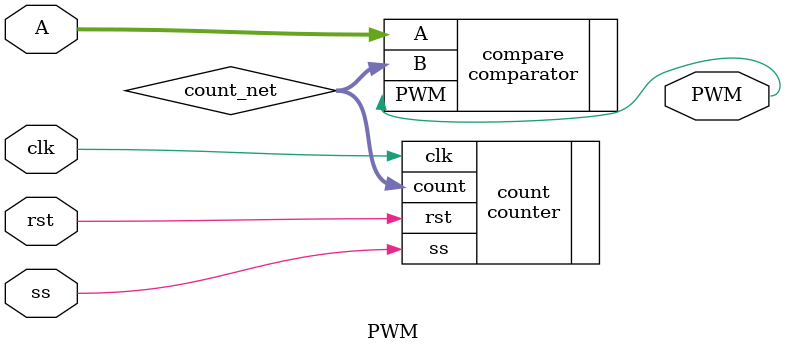
<source format=v>
module PWM (
    input [11:0] A,
    input clk,
    input rst,
    input ss,
    output PWM
    );
    
    wire [11:0] count_net;
    
    comparator compare (
        .A(A),
        .B(count_net),
        .PWM(PWM)
    );
    
    counter count (
        .rst(rst),
        .ss(ss),
        .clk(clk),
        .count(count_net)  
    );
endmodule
</source>
